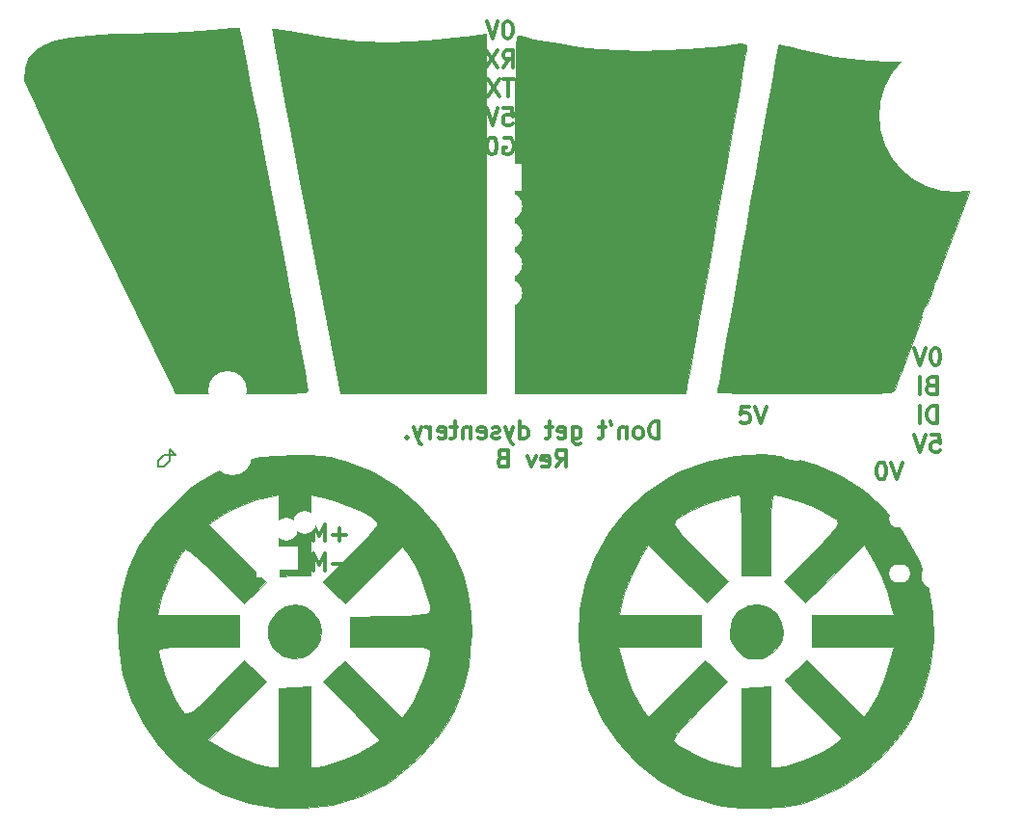
<source format=gbo>
G04 #@! TF.FileFunction,Legend,Bot*
%FSLAX46Y46*%
G04 Gerber Fmt 4.6, Leading zero omitted, Abs format (unit mm)*
G04 Created by KiCad (PCBNEW 4.0.7-e2-6376~58~ubuntu16.04.1) date Wed Apr 11 02:03:13 2018*
%MOMM*%
%LPD*%
G01*
G04 APERTURE LIST*
%ADD10C,0.100000*%
%ADD11C,0.300000*%
%ADD12C,0.200000*%
%ADD13C,0.010000*%
%ADD14C,2.400000*%
%ADD15R,2.000000X2.000000*%
%ADD16C,2.000000*%
%ADD17C,4.900000*%
%ADD18O,1.900000X1.600000*%
%ADD19O,2.100000X2.100000*%
%ADD20C,13.400000*%
%ADD21R,3.000000X2.400000*%
%ADD22O,3.000000X2.400000*%
%ADD23C,3.400000*%
G04 APERTURE END LIST*
D10*
D11*
X139611428Y-71668571D02*
X140111428Y-70954286D01*
X140468571Y-71668571D02*
X140468571Y-70168571D01*
X139897143Y-70168571D01*
X139754285Y-70240000D01*
X139682857Y-70311429D01*
X139611428Y-70454286D01*
X139611428Y-70668571D01*
X139682857Y-70811429D01*
X139754285Y-70882857D01*
X139897143Y-70954286D01*
X140468571Y-70954286D01*
X138397143Y-71597143D02*
X138540000Y-71668571D01*
X138825714Y-71668571D01*
X138968571Y-71597143D01*
X139040000Y-71454286D01*
X139040000Y-70882857D01*
X138968571Y-70740000D01*
X138825714Y-70668571D01*
X138540000Y-70668571D01*
X138397143Y-70740000D01*
X138325714Y-70882857D01*
X138325714Y-71025714D01*
X139040000Y-71168571D01*
X137825714Y-70668571D02*
X137468571Y-71668571D01*
X137111429Y-70668571D01*
X134897143Y-70882857D02*
X134682857Y-70954286D01*
X134611429Y-71025714D01*
X134540000Y-71168571D01*
X134540000Y-71382857D01*
X134611429Y-71525714D01*
X134682857Y-71597143D01*
X134825715Y-71668571D01*
X135397143Y-71668571D01*
X135397143Y-70168571D01*
X134897143Y-70168571D01*
X134754286Y-70240000D01*
X134682857Y-70311429D01*
X134611429Y-70454286D01*
X134611429Y-70597143D01*
X134682857Y-70740000D01*
X134754286Y-70811429D01*
X134897143Y-70882857D01*
X135397143Y-70882857D01*
X118291429Y-78193571D02*
X118291429Y-76693571D01*
X118791429Y-77765000D01*
X119291429Y-76693571D01*
X119291429Y-78193571D01*
X120005715Y-77622143D02*
X121148572Y-77622143D01*
X120577143Y-78193571D02*
X120577143Y-77050714D01*
X118291429Y-80743571D02*
X118291429Y-79243571D01*
X118791429Y-80315000D01*
X119291429Y-79243571D01*
X119291429Y-80743571D01*
X120005715Y-80172143D02*
X121148572Y-80172143D01*
X168105715Y-71268571D02*
X168248572Y-71268571D01*
X168391429Y-71340000D01*
X168462858Y-71411429D01*
X168534287Y-71554286D01*
X168605715Y-71840000D01*
X168605715Y-72197143D01*
X168534287Y-72482857D01*
X168462858Y-72625714D01*
X168391429Y-72697143D01*
X168248572Y-72768571D01*
X168105715Y-72768571D01*
X167962858Y-72697143D01*
X167891429Y-72625714D01*
X167820001Y-72482857D01*
X167748572Y-72197143D01*
X167748572Y-71840000D01*
X167820001Y-71554286D01*
X167891429Y-71411429D01*
X167962858Y-71340000D01*
X168105715Y-71268571D01*
X169034286Y-71268571D02*
X169534286Y-72768571D01*
X170034286Y-71268571D01*
X156574287Y-66348571D02*
X155860001Y-66348571D01*
X155788572Y-67062857D01*
X155860001Y-66991429D01*
X156002858Y-66920000D01*
X156360001Y-66920000D01*
X156502858Y-66991429D01*
X156574287Y-67062857D01*
X156645715Y-67205714D01*
X156645715Y-67562857D01*
X156574287Y-67705714D01*
X156502858Y-67777143D01*
X156360001Y-67848571D01*
X156002858Y-67848571D01*
X155860001Y-67777143D01*
X155788572Y-67705714D01*
X157074286Y-66348571D02*
X157574286Y-67848571D01*
X158074286Y-66348571D01*
X173004285Y-61223571D02*
X172861428Y-61223571D01*
X172718571Y-61295000D01*
X172647142Y-61366429D01*
X172575713Y-61509286D01*
X172504285Y-61795000D01*
X172504285Y-62152143D01*
X172575713Y-62437857D01*
X172647142Y-62580714D01*
X172718571Y-62652143D01*
X172861428Y-62723571D01*
X173004285Y-62723571D01*
X173147142Y-62652143D01*
X173218571Y-62580714D01*
X173289999Y-62437857D01*
X173361428Y-62152143D01*
X173361428Y-61795000D01*
X173289999Y-61509286D01*
X173218571Y-61366429D01*
X173147142Y-61295000D01*
X173004285Y-61223571D01*
X172075714Y-61223571D02*
X171575714Y-62723571D01*
X171075714Y-61223571D01*
X172540000Y-64487857D02*
X172325714Y-64559286D01*
X172254286Y-64630714D01*
X172182857Y-64773571D01*
X172182857Y-64987857D01*
X172254286Y-65130714D01*
X172325714Y-65202143D01*
X172468572Y-65273571D01*
X173040000Y-65273571D01*
X173040000Y-63773571D01*
X172540000Y-63773571D01*
X172397143Y-63845000D01*
X172325714Y-63916429D01*
X172254286Y-64059286D01*
X172254286Y-64202143D01*
X172325714Y-64345000D01*
X172397143Y-64416429D01*
X172540000Y-64487857D01*
X173040000Y-64487857D01*
X171540000Y-65273571D02*
X171540000Y-63773571D01*
X173040000Y-67823571D02*
X173040000Y-66323571D01*
X172682857Y-66323571D01*
X172468572Y-66395000D01*
X172325714Y-66537857D01*
X172254286Y-66680714D01*
X172182857Y-66966429D01*
X172182857Y-67180714D01*
X172254286Y-67466429D01*
X172325714Y-67609286D01*
X172468572Y-67752143D01*
X172682857Y-67823571D01*
X173040000Y-67823571D01*
X171540000Y-67823571D02*
X171540000Y-66323571D01*
X172575713Y-68873571D02*
X173289999Y-68873571D01*
X173361428Y-69587857D01*
X173289999Y-69516429D01*
X173147142Y-69445000D01*
X172789999Y-69445000D01*
X172647142Y-69516429D01*
X172575713Y-69587857D01*
X172504285Y-69730714D01*
X172504285Y-70087857D01*
X172575713Y-70230714D01*
X172647142Y-70302143D01*
X172789999Y-70373571D01*
X173147142Y-70373571D01*
X173289999Y-70302143D01*
X173361428Y-70230714D01*
X172075714Y-68873571D02*
X171575714Y-70373571D01*
X171075714Y-68873571D01*
X135444285Y-32528571D02*
X135301428Y-32528571D01*
X135158571Y-32600000D01*
X135087142Y-32671429D01*
X135015713Y-32814286D01*
X134944285Y-33100000D01*
X134944285Y-33457143D01*
X135015713Y-33742857D01*
X135087142Y-33885714D01*
X135158571Y-33957143D01*
X135301428Y-34028571D01*
X135444285Y-34028571D01*
X135587142Y-33957143D01*
X135658571Y-33885714D01*
X135729999Y-33742857D01*
X135801428Y-33457143D01*
X135801428Y-33100000D01*
X135729999Y-32814286D01*
X135658571Y-32671429D01*
X135587142Y-32600000D01*
X135444285Y-32528571D01*
X134515714Y-32528571D02*
X134015714Y-34028571D01*
X133515714Y-32528571D01*
X134979999Y-36578571D02*
X135479999Y-35864286D01*
X135837142Y-36578571D02*
X135837142Y-35078571D01*
X135265714Y-35078571D01*
X135122856Y-35150000D01*
X135051428Y-35221429D01*
X134979999Y-35364286D01*
X134979999Y-35578571D01*
X135051428Y-35721429D01*
X135122856Y-35792857D01*
X135265714Y-35864286D01*
X135837142Y-35864286D01*
X134479999Y-35078571D02*
X133479999Y-36578571D01*
X133479999Y-35078571D02*
X134479999Y-36578571D01*
X135872857Y-37628571D02*
X135015714Y-37628571D01*
X135444285Y-39128571D02*
X135444285Y-37628571D01*
X134658571Y-37628571D02*
X133658571Y-39128571D01*
X133658571Y-37628571D02*
X134658571Y-39128571D01*
X135015713Y-40178571D02*
X135729999Y-40178571D01*
X135801428Y-40892857D01*
X135729999Y-40821429D01*
X135587142Y-40750000D01*
X135229999Y-40750000D01*
X135087142Y-40821429D01*
X135015713Y-40892857D01*
X134944285Y-41035714D01*
X134944285Y-41392857D01*
X135015713Y-41535714D01*
X135087142Y-41607143D01*
X135229999Y-41678571D01*
X135587142Y-41678571D01*
X135729999Y-41607143D01*
X135801428Y-41535714D01*
X134515714Y-40178571D02*
X134015714Y-41678571D01*
X133515714Y-40178571D01*
X135051428Y-42800000D02*
X135194285Y-42728571D01*
X135408571Y-42728571D01*
X135622856Y-42800000D01*
X135765714Y-42942857D01*
X135837142Y-43085714D01*
X135908571Y-43371429D01*
X135908571Y-43585714D01*
X135837142Y-43871429D01*
X135765714Y-44014286D01*
X135622856Y-44157143D01*
X135408571Y-44228571D01*
X135265714Y-44228571D01*
X135051428Y-44157143D01*
X134979999Y-44085714D01*
X134979999Y-43585714D01*
X135265714Y-43585714D01*
X134051428Y-42728571D02*
X133908571Y-42728571D01*
X133765714Y-42800000D01*
X133694285Y-42871429D01*
X133622856Y-43014286D01*
X133551428Y-43300000D01*
X133551428Y-43657143D01*
X133622856Y-43942857D01*
X133694285Y-44085714D01*
X133765714Y-44157143D01*
X133908571Y-44228571D01*
X134051428Y-44228571D01*
X134194285Y-44157143D01*
X134265714Y-44085714D01*
X134337142Y-43942857D01*
X134408571Y-43657143D01*
X134408571Y-43300000D01*
X134337142Y-43014286D01*
X134265714Y-42871429D01*
X134194285Y-42800000D01*
X134051428Y-42728571D01*
D12*
X105156000Y-70612000D02*
X106172000Y-70612000D01*
X104648000Y-71120000D02*
X105156000Y-70612000D01*
X104648000Y-71628000D02*
X104648000Y-71120000D01*
X105156000Y-71628000D02*
X104648000Y-71628000D01*
X105664000Y-71120000D02*
X105156000Y-71628000D01*
X105664000Y-70104000D02*
X105664000Y-71120000D01*
X106172000Y-70612000D02*
X105664000Y-70104000D01*
D11*
X148646428Y-69188571D02*
X148646428Y-67688571D01*
X148289285Y-67688571D01*
X148075000Y-67760000D01*
X147932142Y-67902857D01*
X147860714Y-68045714D01*
X147789285Y-68331429D01*
X147789285Y-68545714D01*
X147860714Y-68831429D01*
X147932142Y-68974286D01*
X148075000Y-69117143D01*
X148289285Y-69188571D01*
X148646428Y-69188571D01*
X146932142Y-69188571D02*
X147075000Y-69117143D01*
X147146428Y-69045714D01*
X147217857Y-68902857D01*
X147217857Y-68474286D01*
X147146428Y-68331429D01*
X147075000Y-68260000D01*
X146932142Y-68188571D01*
X146717857Y-68188571D01*
X146575000Y-68260000D01*
X146503571Y-68331429D01*
X146432142Y-68474286D01*
X146432142Y-68902857D01*
X146503571Y-69045714D01*
X146575000Y-69117143D01*
X146717857Y-69188571D01*
X146932142Y-69188571D01*
X145789285Y-68188571D02*
X145789285Y-69188571D01*
X145789285Y-68331429D02*
X145717857Y-68260000D01*
X145574999Y-68188571D01*
X145360714Y-68188571D01*
X145217857Y-68260000D01*
X145146428Y-68402857D01*
X145146428Y-69188571D01*
X144360714Y-67688571D02*
X144503571Y-67974286D01*
X143932142Y-68188571D02*
X143360713Y-68188571D01*
X143717856Y-67688571D02*
X143717856Y-68974286D01*
X143646428Y-69117143D01*
X143503570Y-69188571D01*
X143360713Y-69188571D01*
X141074999Y-68188571D02*
X141074999Y-69402857D01*
X141146428Y-69545714D01*
X141217856Y-69617143D01*
X141360713Y-69688571D01*
X141574999Y-69688571D01*
X141717856Y-69617143D01*
X141074999Y-69117143D02*
X141217856Y-69188571D01*
X141503570Y-69188571D01*
X141646428Y-69117143D01*
X141717856Y-69045714D01*
X141789285Y-68902857D01*
X141789285Y-68474286D01*
X141717856Y-68331429D01*
X141646428Y-68260000D01*
X141503570Y-68188571D01*
X141217856Y-68188571D01*
X141074999Y-68260000D01*
X139789285Y-69117143D02*
X139932142Y-69188571D01*
X140217856Y-69188571D01*
X140360713Y-69117143D01*
X140432142Y-68974286D01*
X140432142Y-68402857D01*
X140360713Y-68260000D01*
X140217856Y-68188571D01*
X139932142Y-68188571D01*
X139789285Y-68260000D01*
X139717856Y-68402857D01*
X139717856Y-68545714D01*
X140432142Y-68688571D01*
X139289285Y-68188571D02*
X138717856Y-68188571D01*
X139074999Y-67688571D02*
X139074999Y-68974286D01*
X139003571Y-69117143D01*
X138860713Y-69188571D01*
X138717856Y-69188571D01*
X136432142Y-69188571D02*
X136432142Y-67688571D01*
X136432142Y-69117143D02*
X136574999Y-69188571D01*
X136860713Y-69188571D01*
X137003571Y-69117143D01*
X137074999Y-69045714D01*
X137146428Y-68902857D01*
X137146428Y-68474286D01*
X137074999Y-68331429D01*
X137003571Y-68260000D01*
X136860713Y-68188571D01*
X136574999Y-68188571D01*
X136432142Y-68260000D01*
X135860713Y-68188571D02*
X135503570Y-69188571D01*
X135146428Y-68188571D02*
X135503570Y-69188571D01*
X135646428Y-69545714D01*
X135717856Y-69617143D01*
X135860713Y-69688571D01*
X134646428Y-69117143D02*
X134503571Y-69188571D01*
X134217856Y-69188571D01*
X134074999Y-69117143D01*
X134003571Y-68974286D01*
X134003571Y-68902857D01*
X134074999Y-68760000D01*
X134217856Y-68688571D01*
X134432142Y-68688571D01*
X134574999Y-68617143D01*
X134646428Y-68474286D01*
X134646428Y-68402857D01*
X134574999Y-68260000D01*
X134432142Y-68188571D01*
X134217856Y-68188571D01*
X134074999Y-68260000D01*
X132789285Y-69117143D02*
X132932142Y-69188571D01*
X133217856Y-69188571D01*
X133360713Y-69117143D01*
X133432142Y-68974286D01*
X133432142Y-68402857D01*
X133360713Y-68260000D01*
X133217856Y-68188571D01*
X132932142Y-68188571D01*
X132789285Y-68260000D01*
X132717856Y-68402857D01*
X132717856Y-68545714D01*
X133432142Y-68688571D01*
X132074999Y-68188571D02*
X132074999Y-69188571D01*
X132074999Y-68331429D02*
X132003571Y-68260000D01*
X131860713Y-68188571D01*
X131646428Y-68188571D01*
X131503571Y-68260000D01*
X131432142Y-68402857D01*
X131432142Y-69188571D01*
X130932142Y-68188571D02*
X130360713Y-68188571D01*
X130717856Y-67688571D02*
X130717856Y-68974286D01*
X130646428Y-69117143D01*
X130503570Y-69188571D01*
X130360713Y-69188571D01*
X129289285Y-69117143D02*
X129432142Y-69188571D01*
X129717856Y-69188571D01*
X129860713Y-69117143D01*
X129932142Y-68974286D01*
X129932142Y-68402857D01*
X129860713Y-68260000D01*
X129717856Y-68188571D01*
X129432142Y-68188571D01*
X129289285Y-68260000D01*
X129217856Y-68402857D01*
X129217856Y-68545714D01*
X129932142Y-68688571D01*
X128574999Y-69188571D02*
X128574999Y-68188571D01*
X128574999Y-68474286D02*
X128503571Y-68331429D01*
X128432142Y-68260000D01*
X128289285Y-68188571D01*
X128146428Y-68188571D01*
X127789285Y-68188571D02*
X127432142Y-69188571D01*
X127075000Y-68188571D02*
X127432142Y-69188571D01*
X127575000Y-69545714D01*
X127646428Y-69617143D01*
X127789285Y-69688571D01*
X126503571Y-69045714D02*
X126432143Y-69117143D01*
X126503571Y-69188571D01*
X126575000Y-69117143D01*
X126503571Y-69045714D01*
X126503571Y-69188571D01*
D13*
G36*
X118005156Y-70658163D02*
X118980238Y-70716108D01*
X119794348Y-70830896D01*
X120578252Y-71017736D01*
X120971667Y-71134216D01*
X123445093Y-72103498D01*
X125643659Y-73394667D01*
X127565913Y-75006481D01*
X129210404Y-76937696D01*
X130575682Y-79187070D01*
X130727937Y-79493224D01*
X131435278Y-81157086D01*
X131890702Y-82774641D01*
X132120676Y-84482845D01*
X132151669Y-86418658D01*
X132138546Y-86792506D01*
X131916450Y-89082060D01*
X131431942Y-91130844D01*
X130653336Y-93053017D01*
X130131666Y-94023300D01*
X129440163Y-95032751D01*
X128500022Y-96157241D01*
X127414753Y-97292067D01*
X126287869Y-98332528D01*
X125222882Y-99173919D01*
X124706926Y-99510429D01*
X122447214Y-100598286D01*
X120016317Y-101315669D01*
X117467589Y-101650981D01*
X115045000Y-101610356D01*
X112623274Y-101195948D01*
X110353462Y-100410640D01*
X108264666Y-99288662D01*
X106385990Y-97864241D01*
X104746537Y-96171608D01*
X103375411Y-94244989D01*
X102301715Y-92118616D01*
X101554553Y-89826715D01*
X101163027Y-87403515D01*
X101132559Y-85247822D01*
X101197362Y-84710000D01*
X104626220Y-84710000D01*
X111772298Y-84710000D01*
X111768232Y-86085571D01*
X111764167Y-87461141D01*
X108218750Y-87461404D01*
X106856098Y-87468695D01*
X105868732Y-87492796D01*
X105208810Y-87537393D01*
X104828487Y-87606176D01*
X104679920Y-87702831D01*
X104673334Y-87734696D01*
X104757311Y-88336218D01*
X104979146Y-89180952D01*
X105293694Y-90130377D01*
X105655809Y-91045970D01*
X105958409Y-91677759D01*
X106370793Y-92453795D01*
X106688747Y-92997252D01*
X106972396Y-93300383D01*
X107281866Y-93355443D01*
X107677285Y-93154685D01*
X108218779Y-92690363D01*
X108966472Y-91954732D01*
X109726819Y-91192279D01*
X112232564Y-88693062D01*
X114165254Y-90530834D01*
X111622195Y-93093536D01*
X109079137Y-95656238D01*
X110209985Y-96356651D01*
X111110434Y-96849597D01*
X112137624Y-97311813D01*
X113165842Y-97695884D01*
X114069374Y-97954395D01*
X114674584Y-98040536D01*
X115256667Y-98045000D01*
X115256667Y-91096122D01*
X116632944Y-91025144D01*
X118009222Y-90954167D01*
X118008778Y-94499584D01*
X118008334Y-98045000D01*
X118590417Y-98040536D01*
X119267346Y-97938183D01*
X120181543Y-97671338D01*
X121204401Y-97288458D01*
X122207316Y-96838002D01*
X123061681Y-96368428D01*
X123110773Y-96337268D01*
X124180478Y-95650839D01*
X121649868Y-93090836D01*
X119119258Y-90530834D01*
X120089608Y-89625673D01*
X121059959Y-88720513D01*
X123564053Y-91213173D01*
X126068146Y-93705834D01*
X126483670Y-93176667D01*
X127026079Y-92342872D01*
X127571740Y-91264636D01*
X128040607Y-90112577D01*
X128284166Y-89338946D01*
X128468664Y-88662270D01*
X128573709Y-88170627D01*
X128548632Y-87834640D01*
X128342762Y-87624935D01*
X127905429Y-87512136D01*
X127185963Y-87466867D01*
X126133694Y-87459754D01*
X125046250Y-87461796D01*
X121500834Y-87461925D01*
X121530802Y-86138879D01*
X121560770Y-84815834D01*
X125076218Y-84757799D01*
X126423531Y-84737181D01*
X127397664Y-84705995D01*
X128048285Y-84633459D01*
X128425065Y-84488791D01*
X128577674Y-84241207D01*
X128555780Y-83859925D01*
X128409054Y-83314161D01*
X128250561Y-82790501D01*
X127806535Y-81544707D01*
X127252892Y-80365066D01*
X126665016Y-79406789D01*
X126508970Y-79204647D01*
X126075154Y-78677500D01*
X121077500Y-83634014D01*
X119129738Y-81782976D01*
X121629857Y-79289370D01*
X122579524Y-78329758D01*
X123251052Y-77617664D01*
X123676978Y-77113047D01*
X123889841Y-76775866D01*
X123922181Y-76566080D01*
X123890613Y-76507350D01*
X123357280Y-76057572D01*
X122516739Y-75568851D01*
X121476201Y-75088651D01*
X120342878Y-74664439D01*
X119223983Y-74343678D01*
X118802084Y-74254529D01*
X118008334Y-74107484D01*
X118008308Y-77662492D01*
X118008283Y-81217500D01*
X116632475Y-81232903D01*
X115256667Y-81248305D01*
X115256667Y-74107484D01*
X114462917Y-74250806D01*
X113326195Y-74544392D01*
X112062750Y-75008509D01*
X110864682Y-75564934D01*
X110043957Y-76050158D01*
X109068964Y-76720971D01*
X114118646Y-81770653D01*
X112215774Y-83673525D01*
X109737530Y-81201737D01*
X108899461Y-80386392D01*
X108155391Y-79701101D01*
X107559370Y-79192605D01*
X107165452Y-78907648D01*
X107037618Y-78866948D01*
X106682711Y-79244722D01*
X106261470Y-79932998D01*
X105817868Y-80833569D01*
X105395877Y-81848228D01*
X105039470Y-82878767D01*
X104792620Y-83826979D01*
X104773945Y-83922560D01*
X104626220Y-84710000D01*
X101197362Y-84710000D01*
X101422082Y-82844978D01*
X102036840Y-80654645D01*
X103002255Y-78621581D01*
X104343745Y-76690548D01*
X105815683Y-75071243D01*
X106791211Y-74136886D01*
X107615808Y-73439783D01*
X108408155Y-72890818D01*
X109286934Y-72400871D01*
X109541667Y-72273410D01*
X111029136Y-71594189D01*
X112355997Y-71124523D01*
X113668189Y-70831324D01*
X115111654Y-70681506D01*
X116738334Y-70641852D01*
X118005156Y-70658163D01*
X118005156Y-70658163D01*
G37*
X118005156Y-70658163D02*
X118980238Y-70716108D01*
X119794348Y-70830896D01*
X120578252Y-71017736D01*
X120971667Y-71134216D01*
X123445093Y-72103498D01*
X125643659Y-73394667D01*
X127565913Y-75006481D01*
X129210404Y-76937696D01*
X130575682Y-79187070D01*
X130727937Y-79493224D01*
X131435278Y-81157086D01*
X131890702Y-82774641D01*
X132120676Y-84482845D01*
X132151669Y-86418658D01*
X132138546Y-86792506D01*
X131916450Y-89082060D01*
X131431942Y-91130844D01*
X130653336Y-93053017D01*
X130131666Y-94023300D01*
X129440163Y-95032751D01*
X128500022Y-96157241D01*
X127414753Y-97292067D01*
X126287869Y-98332528D01*
X125222882Y-99173919D01*
X124706926Y-99510429D01*
X122447214Y-100598286D01*
X120016317Y-101315669D01*
X117467589Y-101650981D01*
X115045000Y-101610356D01*
X112623274Y-101195948D01*
X110353462Y-100410640D01*
X108264666Y-99288662D01*
X106385990Y-97864241D01*
X104746537Y-96171608D01*
X103375411Y-94244989D01*
X102301715Y-92118616D01*
X101554553Y-89826715D01*
X101163027Y-87403515D01*
X101132559Y-85247822D01*
X101197362Y-84710000D01*
X104626220Y-84710000D01*
X111772298Y-84710000D01*
X111768232Y-86085571D01*
X111764167Y-87461141D01*
X108218750Y-87461404D01*
X106856098Y-87468695D01*
X105868732Y-87492796D01*
X105208810Y-87537393D01*
X104828487Y-87606176D01*
X104679920Y-87702831D01*
X104673334Y-87734696D01*
X104757311Y-88336218D01*
X104979146Y-89180952D01*
X105293694Y-90130377D01*
X105655809Y-91045970D01*
X105958409Y-91677759D01*
X106370793Y-92453795D01*
X106688747Y-92997252D01*
X106972396Y-93300383D01*
X107281866Y-93355443D01*
X107677285Y-93154685D01*
X108218779Y-92690363D01*
X108966472Y-91954732D01*
X109726819Y-91192279D01*
X112232564Y-88693062D01*
X114165254Y-90530834D01*
X111622195Y-93093536D01*
X109079137Y-95656238D01*
X110209985Y-96356651D01*
X111110434Y-96849597D01*
X112137624Y-97311813D01*
X113165842Y-97695884D01*
X114069374Y-97954395D01*
X114674584Y-98040536D01*
X115256667Y-98045000D01*
X115256667Y-91096122D01*
X116632944Y-91025144D01*
X118009222Y-90954167D01*
X118008778Y-94499584D01*
X118008334Y-98045000D01*
X118590417Y-98040536D01*
X119267346Y-97938183D01*
X120181543Y-97671338D01*
X121204401Y-97288458D01*
X122207316Y-96838002D01*
X123061681Y-96368428D01*
X123110773Y-96337268D01*
X124180478Y-95650839D01*
X121649868Y-93090836D01*
X119119258Y-90530834D01*
X120089608Y-89625673D01*
X121059959Y-88720513D01*
X123564053Y-91213173D01*
X126068146Y-93705834D01*
X126483670Y-93176667D01*
X127026079Y-92342872D01*
X127571740Y-91264636D01*
X128040607Y-90112577D01*
X128284166Y-89338946D01*
X128468664Y-88662270D01*
X128573709Y-88170627D01*
X128548632Y-87834640D01*
X128342762Y-87624935D01*
X127905429Y-87512136D01*
X127185963Y-87466867D01*
X126133694Y-87459754D01*
X125046250Y-87461796D01*
X121500834Y-87461925D01*
X121530802Y-86138879D01*
X121560770Y-84815834D01*
X125076218Y-84757799D01*
X126423531Y-84737181D01*
X127397664Y-84705995D01*
X128048285Y-84633459D01*
X128425065Y-84488791D01*
X128577674Y-84241207D01*
X128555780Y-83859925D01*
X128409054Y-83314161D01*
X128250561Y-82790501D01*
X127806535Y-81544707D01*
X127252892Y-80365066D01*
X126665016Y-79406789D01*
X126508970Y-79204647D01*
X126075154Y-78677500D01*
X121077500Y-83634014D01*
X119129738Y-81782976D01*
X121629857Y-79289370D01*
X122579524Y-78329758D01*
X123251052Y-77617664D01*
X123676978Y-77113047D01*
X123889841Y-76775866D01*
X123922181Y-76566080D01*
X123890613Y-76507350D01*
X123357280Y-76057572D01*
X122516739Y-75568851D01*
X121476201Y-75088651D01*
X120342878Y-74664439D01*
X119223983Y-74343678D01*
X118802084Y-74254529D01*
X118008334Y-74107484D01*
X118008308Y-77662492D01*
X118008283Y-81217500D01*
X116632475Y-81232903D01*
X115256667Y-81248305D01*
X115256667Y-74107484D01*
X114462917Y-74250806D01*
X113326195Y-74544392D01*
X112062750Y-75008509D01*
X110864682Y-75564934D01*
X110043957Y-76050158D01*
X109068964Y-76720971D01*
X114118646Y-81770653D01*
X112215774Y-83673525D01*
X109737530Y-81201737D01*
X108899461Y-80386392D01*
X108155391Y-79701101D01*
X107559370Y-79192605D01*
X107165452Y-78907648D01*
X107037618Y-78866948D01*
X106682711Y-79244722D01*
X106261470Y-79932998D01*
X105817868Y-80833569D01*
X105395877Y-81848228D01*
X105039470Y-82878767D01*
X104792620Y-83826979D01*
X104773945Y-83922560D01*
X104626220Y-84710000D01*
X101197362Y-84710000D01*
X101422082Y-82844978D01*
X102036840Y-80654645D01*
X103002255Y-78621581D01*
X104343745Y-76690548D01*
X105815683Y-75071243D01*
X106791211Y-74136886D01*
X107615808Y-73439783D01*
X108408155Y-72890818D01*
X109286934Y-72400871D01*
X109541667Y-72273410D01*
X111029136Y-71594189D01*
X112355997Y-71124523D01*
X113668189Y-70831324D01*
X115111654Y-70681506D01*
X116738334Y-70641852D01*
X118005156Y-70658163D01*
G36*
X160098211Y-70826065D02*
X162388995Y-71444272D01*
X164557972Y-72408150D01*
X166566035Y-73703461D01*
X168374076Y-75315967D01*
X169942986Y-77231429D01*
X171233657Y-79435609D01*
X171353319Y-79687244D01*
X172205203Y-82006962D01*
X172665951Y-84421112D01*
X172740133Y-86873692D01*
X172432316Y-89308703D01*
X171747070Y-91670144D01*
X170688963Y-93902015D01*
X170119646Y-94809165D01*
X168516325Y-96805115D01*
X166634612Y-98502440D01*
X164516642Y-99871368D01*
X162204547Y-100882131D01*
X161026105Y-101234424D01*
X159475100Y-101511204D01*
X157702145Y-101634002D01*
X155876134Y-101603196D01*
X154165964Y-101419168D01*
X153193580Y-101216805D01*
X150856057Y-100390443D01*
X148689234Y-99199525D01*
X146735692Y-97682978D01*
X145038012Y-95879727D01*
X143638777Y-93828698D01*
X142580567Y-91568815D01*
X142550695Y-91487691D01*
X141873171Y-89045565D01*
X141695859Y-87461667D01*
X145093601Y-87461667D01*
X145224694Y-88043750D01*
X145700577Y-89827588D01*
X146271835Y-91310684D01*
X146987748Y-92613111D01*
X147274562Y-93038518D01*
X147699832Y-93641202D01*
X150207951Y-91139618D01*
X152716070Y-88638033D01*
X153674225Y-89578390D01*
X154632379Y-90518748D01*
X152158679Y-92998909D01*
X151220674Y-93951187D01*
X150558482Y-94655976D01*
X150138676Y-95154891D01*
X149927829Y-95489548D01*
X149892513Y-95701562D01*
X149929673Y-95773909D01*
X150419517Y-96180308D01*
X151206810Y-96637275D01*
X152177292Y-97096863D01*
X153216702Y-97511124D01*
X154210779Y-97832110D01*
X155045262Y-98011872D01*
X155314584Y-98033617D01*
X155896667Y-98045000D01*
X155896667Y-91097601D01*
X157167053Y-91025884D01*
X158437438Y-90954167D01*
X158437053Y-94499584D01*
X158436667Y-98045000D01*
X158927416Y-98045000D01*
X159744332Y-97935061D01*
X160779358Y-97640406D01*
X161900143Y-97213778D01*
X162974333Y-96707920D01*
X163869577Y-96175575D01*
X164153687Y-95962303D01*
X164680834Y-95528488D01*
X162151298Y-92983918D01*
X161326210Y-92145053D01*
X160625465Y-91415554D01*
X160095578Y-90845262D01*
X159783064Y-90484017D01*
X159720381Y-90379258D01*
X159916768Y-90213162D01*
X160323033Y-89845468D01*
X160718703Y-89479169D01*
X161618406Y-88639172D01*
X166633502Y-93641202D01*
X167058772Y-93038518D01*
X167835454Y-91770319D01*
X168450632Y-90362510D01*
X168953583Y-88695017D01*
X169108640Y-88043750D01*
X169239732Y-87461667D01*
X162035000Y-87461667D01*
X162035000Y-84710000D01*
X169239732Y-84710000D01*
X169111182Y-84127917D01*
X168667062Y-82548013D01*
X168064788Y-81016151D01*
X167399340Y-79755196D01*
X166633259Y-78530454D01*
X164069546Y-81059673D01*
X161505834Y-83588891D01*
X160583851Y-82640499D01*
X159661869Y-81692106D01*
X162171351Y-79168283D01*
X163128298Y-78209442D01*
X163806642Y-77503737D01*
X164213900Y-76992297D01*
X164357585Y-76616252D01*
X164245214Y-76316730D01*
X163884300Y-76034862D01*
X163282361Y-75711776D01*
X162653075Y-75394670D01*
X161910397Y-75062685D01*
X161010477Y-74727441D01*
X160086816Y-74431445D01*
X159272918Y-74217203D01*
X158702282Y-74127224D01*
X158670697Y-74126667D01*
X158573788Y-74301233D01*
X158503556Y-74837050D01*
X158458803Y-75752295D01*
X158438330Y-77065145D01*
X158436667Y-77675611D01*
X158436667Y-81224556D01*
X155896667Y-81224556D01*
X155896667Y-77675611D01*
X155885155Y-76206030D01*
X155849822Y-75140999D01*
X155789467Y-74462342D01*
X155702893Y-74151882D01*
X155662636Y-74126667D01*
X155117608Y-74204693D01*
X154318479Y-74410432D01*
X153398750Y-74701377D01*
X152491924Y-75035020D01*
X151731502Y-75368854D01*
X151680259Y-75394670D01*
X150896234Y-75790422D01*
X150347396Y-76099215D01*
X150041260Y-76379919D01*
X149985343Y-76691407D01*
X150187157Y-77092547D01*
X150654220Y-77642210D01*
X151394046Y-78399268D01*
X152161982Y-79168283D01*
X154671464Y-81692106D01*
X153749482Y-82640499D01*
X152827500Y-83588891D01*
X147707494Y-78537855D01*
X147021756Y-79606486D01*
X146215503Y-81098365D01*
X145598611Y-82711906D01*
X145327250Y-83795066D01*
X145156321Y-84710000D01*
X152298334Y-84710000D01*
X152298334Y-87461667D01*
X145093601Y-87461667D01*
X141695859Y-87461667D01*
X141598719Y-86593942D01*
X141710723Y-84173368D01*
X142192563Y-81824388D01*
X143027622Y-79587546D01*
X144199282Y-77503388D01*
X145690925Y-75612459D01*
X147485933Y-73955304D01*
X149567688Y-72572469D01*
X150499167Y-72094716D01*
X152886098Y-71187855D01*
X155307655Y-70683619D01*
X157724728Y-70567768D01*
X160098211Y-70826065D01*
X160098211Y-70826065D01*
G37*
X160098211Y-70826065D02*
X162388995Y-71444272D01*
X164557972Y-72408150D01*
X166566035Y-73703461D01*
X168374076Y-75315967D01*
X169942986Y-77231429D01*
X171233657Y-79435609D01*
X171353319Y-79687244D01*
X172205203Y-82006962D01*
X172665951Y-84421112D01*
X172740133Y-86873692D01*
X172432316Y-89308703D01*
X171747070Y-91670144D01*
X170688963Y-93902015D01*
X170119646Y-94809165D01*
X168516325Y-96805115D01*
X166634612Y-98502440D01*
X164516642Y-99871368D01*
X162204547Y-100882131D01*
X161026105Y-101234424D01*
X159475100Y-101511204D01*
X157702145Y-101634002D01*
X155876134Y-101603196D01*
X154165964Y-101419168D01*
X153193580Y-101216805D01*
X150856057Y-100390443D01*
X148689234Y-99199525D01*
X146735692Y-97682978D01*
X145038012Y-95879727D01*
X143638777Y-93828698D01*
X142580567Y-91568815D01*
X142550695Y-91487691D01*
X141873171Y-89045565D01*
X141695859Y-87461667D01*
X145093601Y-87461667D01*
X145224694Y-88043750D01*
X145700577Y-89827588D01*
X146271835Y-91310684D01*
X146987748Y-92613111D01*
X147274562Y-93038518D01*
X147699832Y-93641202D01*
X150207951Y-91139618D01*
X152716070Y-88638033D01*
X153674225Y-89578390D01*
X154632379Y-90518748D01*
X152158679Y-92998909D01*
X151220674Y-93951187D01*
X150558482Y-94655976D01*
X150138676Y-95154891D01*
X149927829Y-95489548D01*
X149892513Y-95701562D01*
X149929673Y-95773909D01*
X150419517Y-96180308D01*
X151206810Y-96637275D01*
X152177292Y-97096863D01*
X153216702Y-97511124D01*
X154210779Y-97832110D01*
X155045262Y-98011872D01*
X155314584Y-98033617D01*
X155896667Y-98045000D01*
X155896667Y-91097601D01*
X157167053Y-91025884D01*
X158437438Y-90954167D01*
X158437053Y-94499584D01*
X158436667Y-98045000D01*
X158927416Y-98045000D01*
X159744332Y-97935061D01*
X160779358Y-97640406D01*
X161900143Y-97213778D01*
X162974333Y-96707920D01*
X163869577Y-96175575D01*
X164153687Y-95962303D01*
X164680834Y-95528488D01*
X162151298Y-92983918D01*
X161326210Y-92145053D01*
X160625465Y-91415554D01*
X160095578Y-90845262D01*
X159783064Y-90484017D01*
X159720381Y-90379258D01*
X159916768Y-90213162D01*
X160323033Y-89845468D01*
X160718703Y-89479169D01*
X161618406Y-88639172D01*
X166633502Y-93641202D01*
X167058772Y-93038518D01*
X167835454Y-91770319D01*
X168450632Y-90362510D01*
X168953583Y-88695017D01*
X169108640Y-88043750D01*
X169239732Y-87461667D01*
X162035000Y-87461667D01*
X162035000Y-84710000D01*
X169239732Y-84710000D01*
X169111182Y-84127917D01*
X168667062Y-82548013D01*
X168064788Y-81016151D01*
X167399340Y-79755196D01*
X166633259Y-78530454D01*
X164069546Y-81059673D01*
X161505834Y-83588891D01*
X160583851Y-82640499D01*
X159661869Y-81692106D01*
X162171351Y-79168283D01*
X163128298Y-78209442D01*
X163806642Y-77503737D01*
X164213900Y-76992297D01*
X164357585Y-76616252D01*
X164245214Y-76316730D01*
X163884300Y-76034862D01*
X163282361Y-75711776D01*
X162653075Y-75394670D01*
X161910397Y-75062685D01*
X161010477Y-74727441D01*
X160086816Y-74431445D01*
X159272918Y-74217203D01*
X158702282Y-74127224D01*
X158670697Y-74126667D01*
X158573788Y-74301233D01*
X158503556Y-74837050D01*
X158458803Y-75752295D01*
X158438330Y-77065145D01*
X158436667Y-77675611D01*
X158436667Y-81224556D01*
X155896667Y-81224556D01*
X155896667Y-77675611D01*
X155885155Y-76206030D01*
X155849822Y-75140999D01*
X155789467Y-74462342D01*
X155702893Y-74151882D01*
X155662636Y-74126667D01*
X155117608Y-74204693D01*
X154318479Y-74410432D01*
X153398750Y-74701377D01*
X152491924Y-75035020D01*
X151731502Y-75368854D01*
X151680259Y-75394670D01*
X150896234Y-75790422D01*
X150347396Y-76099215D01*
X150041260Y-76379919D01*
X149985343Y-76691407D01*
X150187157Y-77092547D01*
X150654220Y-77642210D01*
X151394046Y-78399268D01*
X152161982Y-79168283D01*
X154671464Y-81692106D01*
X153749482Y-82640499D01*
X152827500Y-83588891D01*
X147707494Y-78537855D01*
X147021756Y-79606486D01*
X146215503Y-81098365D01*
X145598611Y-82711906D01*
X145327250Y-83795066D01*
X145156321Y-84710000D01*
X152298334Y-84710000D01*
X152298334Y-87461667D01*
X145093601Y-87461667D01*
X141695859Y-87461667D01*
X141598719Y-86593942D01*
X141710723Y-84173368D01*
X142192563Y-81824388D01*
X143027622Y-79587546D01*
X144199282Y-77503388D01*
X145690925Y-75612459D01*
X147485933Y-73955304D01*
X149567688Y-72572469D01*
X150499167Y-72094716D01*
X152886098Y-71187855D01*
X155307655Y-70683619D01*
X157724728Y-70567768D01*
X160098211Y-70826065D01*
G36*
X111771804Y-33106248D02*
X111825208Y-33323685D01*
X111948770Y-33918235D01*
X112135097Y-34850842D01*
X112376798Y-36082448D01*
X112666481Y-37573998D01*
X112996755Y-39286435D01*
X113360227Y-41180701D01*
X113749506Y-43217742D01*
X114157201Y-45358499D01*
X114575919Y-47563916D01*
X114998268Y-49794937D01*
X115416857Y-52012505D01*
X115824295Y-54177563D01*
X116213189Y-56251055D01*
X116576147Y-58193925D01*
X116905779Y-59967115D01*
X117194692Y-61531569D01*
X117435494Y-62848230D01*
X117620793Y-63878043D01*
X117743199Y-64581949D01*
X117795319Y-64920893D01*
X117796667Y-64940490D01*
X117736204Y-65030203D01*
X117526223Y-65100435D01*
X117123831Y-65153382D01*
X116486138Y-65191239D01*
X115570254Y-65216205D01*
X114333286Y-65230475D01*
X112732345Y-65236245D01*
X112013491Y-65236667D01*
X106230315Y-65236667D01*
X99645533Y-51848750D01*
X98547130Y-49608223D01*
X97502499Y-47463226D01*
X96527086Y-45446370D01*
X95636340Y-43590263D01*
X94845707Y-41927515D01*
X94170635Y-40490736D01*
X93626571Y-39312535D01*
X93228963Y-38425523D01*
X92993257Y-37862308D01*
X92932876Y-37678234D01*
X92969208Y-36665010D01*
X93367310Y-35688950D01*
X93909979Y-35028422D01*
X94579227Y-34600255D01*
X95579380Y-34252598D01*
X96928759Y-33982475D01*
X98645684Y-33786912D01*
X100748474Y-33662934D01*
X102614887Y-33614770D01*
X104134751Y-33580648D01*
X105679867Y-33524628D01*
X107139253Y-33452247D01*
X108401923Y-33369043D01*
X109356894Y-33280553D01*
X109388540Y-33276812D01*
X110323371Y-33174929D01*
X111092588Y-33109784D01*
X111605790Y-33087845D01*
X111771804Y-33106248D01*
X111771804Y-33106248D01*
G37*
X111771804Y-33106248D02*
X111825208Y-33323685D01*
X111948770Y-33918235D01*
X112135097Y-34850842D01*
X112376798Y-36082448D01*
X112666481Y-37573998D01*
X112996755Y-39286435D01*
X113360227Y-41180701D01*
X113749506Y-43217742D01*
X114157201Y-45358499D01*
X114575919Y-47563916D01*
X114998268Y-49794937D01*
X115416857Y-52012505D01*
X115824295Y-54177563D01*
X116213189Y-56251055D01*
X116576147Y-58193925D01*
X116905779Y-59967115D01*
X117194692Y-61531569D01*
X117435494Y-62848230D01*
X117620793Y-63878043D01*
X117743199Y-64581949D01*
X117795319Y-64920893D01*
X117796667Y-64940490D01*
X117736204Y-65030203D01*
X117526223Y-65100435D01*
X117123831Y-65153382D01*
X116486138Y-65191239D01*
X115570254Y-65216205D01*
X114333286Y-65230475D01*
X112732345Y-65236245D01*
X112013491Y-65236667D01*
X106230315Y-65236667D01*
X99645533Y-51848750D01*
X98547130Y-49608223D01*
X97502499Y-47463226D01*
X96527086Y-45446370D01*
X95636340Y-43590263D01*
X94845707Y-41927515D01*
X94170635Y-40490736D01*
X93626571Y-39312535D01*
X93228963Y-38425523D01*
X92993257Y-37862308D01*
X92932876Y-37678234D01*
X92969208Y-36665010D01*
X93367310Y-35688950D01*
X93909979Y-35028422D01*
X94579227Y-34600255D01*
X95579380Y-34252598D01*
X96928759Y-33982475D01*
X98645684Y-33786912D01*
X100748474Y-33662934D01*
X102614887Y-33614770D01*
X104134751Y-33580648D01*
X105679867Y-33524628D01*
X107139253Y-33452247D01*
X108401923Y-33369043D01*
X109356894Y-33280553D01*
X109388540Y-33276812D01*
X110323371Y-33174929D01*
X111092588Y-33109784D01*
X111605790Y-33087845D01*
X111771804Y-33106248D01*
G36*
X114886766Y-33173876D02*
X115424683Y-33260867D01*
X116186104Y-33404442D01*
X116632500Y-33494776D01*
X119473220Y-33986123D01*
X122294646Y-34269698D01*
X125189710Y-34347255D01*
X128251342Y-34220552D01*
X131572473Y-33891343D01*
X132348750Y-33791706D01*
X133460000Y-33643795D01*
X133460000Y-65236667D01*
X120641240Y-65236667D01*
X117624402Y-49227607D01*
X117146379Y-46686167D01*
X116693216Y-44267592D01*
X116270781Y-42003773D01*
X115884944Y-39926600D01*
X115541573Y-38067964D01*
X115246536Y-36459754D01*
X115005702Y-35133860D01*
X114824939Y-34122173D01*
X114710117Y-33456584D01*
X114667102Y-33168981D01*
X114667532Y-33159700D01*
X114886766Y-33173876D01*
X114886766Y-33173876D01*
G37*
X114886766Y-33173876D02*
X115424683Y-33260867D01*
X116186104Y-33404442D01*
X116632500Y-33494776D01*
X119473220Y-33986123D01*
X122294646Y-34269698D01*
X125189710Y-34347255D01*
X128251342Y-34220552D01*
X131572473Y-33891343D01*
X132348750Y-33791706D01*
X133460000Y-33643795D01*
X133460000Y-65236667D01*
X120641240Y-65236667D01*
X117624402Y-49227607D01*
X117146379Y-46686167D01*
X116693216Y-44267592D01*
X116270781Y-42003773D01*
X115884944Y-39926600D01*
X115541573Y-38067964D01*
X115246536Y-36459754D01*
X115005702Y-35133860D01*
X114824939Y-34122173D01*
X114710117Y-33456584D01*
X114667102Y-33168981D01*
X114667532Y-33159700D01*
X114886766Y-33173876D01*
G36*
X136815524Y-33915078D02*
X137645482Y-34094106D01*
X138708833Y-34294058D01*
X139912257Y-34499032D01*
X141162432Y-34693124D01*
X142366037Y-34860433D01*
X143420173Y-34984081D01*
X145058741Y-35093311D01*
X146985172Y-35126757D01*
X149071493Y-35087965D01*
X151189734Y-34980480D01*
X153211922Y-34807849D01*
X154256250Y-34683833D01*
X155200046Y-34562643D01*
X155801552Y-34505903D01*
X156137502Y-34517813D01*
X156284629Y-34602571D01*
X156319668Y-34764378D01*
X156320000Y-34796759D01*
X156284065Y-35049485D01*
X156180716Y-35680862D01*
X156016640Y-36652746D01*
X155798521Y-37926991D01*
X155533046Y-39465452D01*
X155226899Y-41229983D01*
X154886767Y-43182438D01*
X154519335Y-45284672D01*
X154131289Y-47498539D01*
X153729314Y-49785893D01*
X153320096Y-52108590D01*
X152910320Y-54428482D01*
X152506673Y-56707426D01*
X152115839Y-58907275D01*
X151744504Y-60989883D01*
X151399354Y-62917106D01*
X151105517Y-64548750D01*
X150981220Y-65236667D01*
X136000000Y-65236667D01*
X136000000Y-49444854D01*
X136000779Y-46455123D01*
X136003476Y-43861731D01*
X136008627Y-41637688D01*
X136016772Y-39756002D01*
X136028446Y-38189683D01*
X136044190Y-36911738D01*
X136064539Y-35895176D01*
X136090033Y-35113007D01*
X136121209Y-34538239D01*
X136158604Y-34143880D01*
X136202757Y-33902940D01*
X136254206Y-33788428D01*
X136312282Y-33772875D01*
X136815524Y-33915078D01*
X136815524Y-33915078D01*
G37*
X136815524Y-33915078D02*
X137645482Y-34094106D01*
X138708833Y-34294058D01*
X139912257Y-34499032D01*
X141162432Y-34693124D01*
X142366037Y-34860433D01*
X143420173Y-34984081D01*
X145058741Y-35093311D01*
X146985172Y-35126757D01*
X149071493Y-35087965D01*
X151189734Y-34980480D01*
X153211922Y-34807849D01*
X154256250Y-34683833D01*
X155200046Y-34562643D01*
X155801552Y-34505903D01*
X156137502Y-34517813D01*
X156284629Y-34602571D01*
X156319668Y-34764378D01*
X156320000Y-34796759D01*
X156284065Y-35049485D01*
X156180716Y-35680862D01*
X156016640Y-36652746D01*
X155798521Y-37926991D01*
X155533046Y-39465452D01*
X155226899Y-41229983D01*
X154886767Y-43182438D01*
X154519335Y-45284672D01*
X154131289Y-47498539D01*
X153729314Y-49785893D01*
X153320096Y-52108590D01*
X152910320Y-54428482D01*
X152506673Y-56707426D01*
X152115839Y-58907275D01*
X151744504Y-60989883D01*
X151399354Y-62917106D01*
X151105517Y-64548750D01*
X150981220Y-65236667D01*
X136000000Y-65236667D01*
X136000000Y-49444854D01*
X136000779Y-46455123D01*
X136003476Y-43861731D01*
X136008627Y-41637688D01*
X136016772Y-39756002D01*
X136028446Y-38189683D01*
X136044190Y-36911738D01*
X136064539Y-35895176D01*
X136090033Y-35113007D01*
X136121209Y-34538239D01*
X136158604Y-34143880D01*
X136202757Y-33902940D01*
X136254206Y-33788428D01*
X136312282Y-33772875D01*
X136815524Y-33915078D01*
G36*
X159395804Y-34606157D02*
X159919094Y-34712766D01*
X160651329Y-34885928D01*
X160899238Y-34948336D01*
X162516167Y-35334793D01*
X164015893Y-35629137D01*
X165504337Y-35843570D01*
X167087425Y-35990294D01*
X168871079Y-36081512D01*
X170961222Y-36129427D01*
X171175103Y-36132116D01*
X172703609Y-36153061D01*
X173873422Y-36178919D01*
X174749180Y-36215766D01*
X175395521Y-36269677D01*
X175877085Y-36346729D01*
X176258509Y-36452994D01*
X176604431Y-36594550D01*
X176730529Y-36654258D01*
X177402356Y-37050150D01*
X177974308Y-37505401D01*
X178141321Y-37685567D01*
X178325040Y-37944290D01*
X178462297Y-38222872D01*
X178544689Y-38551251D01*
X178563816Y-38959366D01*
X178511278Y-39477152D01*
X178378672Y-40134549D01*
X178157599Y-40961494D01*
X177839658Y-41987924D01*
X177416447Y-43243778D01*
X176879565Y-44758994D01*
X176220613Y-46563508D01*
X175431188Y-48687258D01*
X174502890Y-51160183D01*
X173944224Y-52642500D01*
X173137183Y-54781887D01*
X172372235Y-56809384D01*
X171662862Y-58689275D01*
X171022549Y-60385844D01*
X170464776Y-61863375D01*
X170003028Y-63086152D01*
X169650788Y-64018458D01*
X169421537Y-64624577D01*
X169329748Y-64866250D01*
X169267416Y-64963145D01*
X169135778Y-65041584D01*
X168893898Y-65103499D01*
X168500839Y-65150823D01*
X167915665Y-65185488D01*
X167097437Y-65209427D01*
X166005220Y-65224573D01*
X164598077Y-65232857D01*
X162835071Y-65236213D01*
X161483188Y-65236667D01*
X159724506Y-65232466D01*
X158106680Y-65220507D01*
X156676719Y-65201760D01*
X155481633Y-65177193D01*
X154568429Y-65147773D01*
X153984118Y-65114470D01*
X153775707Y-65078250D01*
X153775681Y-65077917D01*
X153810671Y-64843168D01*
X153912771Y-64233673D01*
X154074897Y-63289386D01*
X154289966Y-62050263D01*
X154550893Y-60556260D01*
X154850594Y-58847333D01*
X155181986Y-56963438D01*
X155537985Y-54944529D01*
X155911505Y-52830563D01*
X156295465Y-50661496D01*
X156682778Y-48477283D01*
X157066362Y-46317880D01*
X157439133Y-44223243D01*
X157794007Y-42233327D01*
X158123898Y-40388089D01*
X158421725Y-38727483D01*
X158680402Y-37291466D01*
X158892846Y-36119993D01*
X159051972Y-35253020D01*
X159150698Y-34730503D01*
X159181563Y-34587152D01*
X159395804Y-34606157D01*
X159395804Y-34606157D01*
G37*
X159395804Y-34606157D02*
X159919094Y-34712766D01*
X160651329Y-34885928D01*
X160899238Y-34948336D01*
X162516167Y-35334793D01*
X164015893Y-35629137D01*
X165504337Y-35843570D01*
X167087425Y-35990294D01*
X168871079Y-36081512D01*
X170961222Y-36129427D01*
X171175103Y-36132116D01*
X172703609Y-36153061D01*
X173873422Y-36178919D01*
X174749180Y-36215766D01*
X175395521Y-36269677D01*
X175877085Y-36346729D01*
X176258509Y-36452994D01*
X176604431Y-36594550D01*
X176730529Y-36654258D01*
X177402356Y-37050150D01*
X177974308Y-37505401D01*
X178141321Y-37685567D01*
X178325040Y-37944290D01*
X178462297Y-38222872D01*
X178544689Y-38551251D01*
X178563816Y-38959366D01*
X178511278Y-39477152D01*
X178378672Y-40134549D01*
X178157599Y-40961494D01*
X177839658Y-41987924D01*
X177416447Y-43243778D01*
X176879565Y-44758994D01*
X176220613Y-46563508D01*
X175431188Y-48687258D01*
X174502890Y-51160183D01*
X173944224Y-52642500D01*
X173137183Y-54781887D01*
X172372235Y-56809384D01*
X171662862Y-58689275D01*
X171022549Y-60385844D01*
X170464776Y-61863375D01*
X170003028Y-63086152D01*
X169650788Y-64018458D01*
X169421537Y-64624577D01*
X169329748Y-64866250D01*
X169267416Y-64963145D01*
X169135778Y-65041584D01*
X168893898Y-65103499D01*
X168500839Y-65150823D01*
X167915665Y-65185488D01*
X167097437Y-65209427D01*
X166005220Y-65224573D01*
X164598077Y-65232857D01*
X162835071Y-65236213D01*
X161483188Y-65236667D01*
X159724506Y-65232466D01*
X158106680Y-65220507D01*
X156676719Y-65201760D01*
X155481633Y-65177193D01*
X154568429Y-65147773D01*
X153984118Y-65114470D01*
X153775707Y-65078250D01*
X153775681Y-65077917D01*
X153810671Y-64843168D01*
X153912771Y-64233673D01*
X154074897Y-63289386D01*
X154289966Y-62050263D01*
X154550893Y-60556260D01*
X154850594Y-58847333D01*
X155181986Y-56963438D01*
X155537985Y-54944529D01*
X155911505Y-52830563D01*
X156295465Y-50661496D01*
X156682778Y-48477283D01*
X157066362Y-46317880D01*
X157439133Y-44223243D01*
X157794007Y-42233327D01*
X158123898Y-40388089D01*
X158421725Y-38727483D01*
X158680402Y-37291466D01*
X158892846Y-36119993D01*
X159051972Y-35253020D01*
X159150698Y-34730503D01*
X159181563Y-34587152D01*
X159395804Y-34606157D01*
G36*
X117541926Y-83945734D02*
X118230745Y-84402794D01*
X118802819Y-85181260D01*
X119014870Y-86001131D01*
X118916951Y-86798701D01*
X118559118Y-87510266D01*
X117991423Y-88072119D01*
X117263921Y-88420555D01*
X116426664Y-88491868D01*
X115529708Y-88222354D01*
X115321113Y-88105998D01*
X114663643Y-87476958D01*
X114312553Y-86647696D01*
X114305467Y-85745071D01*
X114471765Y-85242188D01*
X115048818Y-84441589D01*
X115815577Y-83944642D01*
X116677971Y-83772355D01*
X117541926Y-83945734D01*
X117541926Y-83945734D01*
G37*
X117541926Y-83945734D02*
X118230745Y-84402794D01*
X118802819Y-85181260D01*
X119014870Y-86001131D01*
X118916951Y-86798701D01*
X118559118Y-87510266D01*
X117991423Y-88072119D01*
X117263921Y-88420555D01*
X116426664Y-88491868D01*
X115529708Y-88222354D01*
X115321113Y-88105998D01*
X114663643Y-87476958D01*
X114312553Y-86647696D01*
X114305467Y-85745071D01*
X114471765Y-85242188D01*
X115048818Y-84441589D01*
X115815577Y-83944642D01*
X116677971Y-83772355D01*
X117541926Y-83945734D01*
G36*
X158258801Y-83977950D02*
X158944699Y-84531546D01*
X159378865Y-85342146D01*
X159495000Y-86135545D01*
X159438139Y-86804714D01*
X159206355Y-87311160D01*
X158775334Y-87800334D01*
X158222695Y-88272468D01*
X157697236Y-88481250D01*
X157166667Y-88520000D01*
X156518272Y-88454830D01*
X156004007Y-88198473D01*
X155558000Y-87800334D01*
X155091756Y-87259415D01*
X154882614Y-86745876D01*
X154838334Y-86135545D01*
X155011063Y-85130954D01*
X155522924Y-84376044D01*
X156364425Y-83884381D01*
X156429143Y-83862241D01*
X157395504Y-83736476D01*
X158258801Y-83977950D01*
X158258801Y-83977950D01*
G37*
X158258801Y-83977950D02*
X158944699Y-84531546D01*
X159378865Y-85342146D01*
X159495000Y-86135545D01*
X159438139Y-86804714D01*
X159206355Y-87311160D01*
X158775334Y-87800334D01*
X158222695Y-88272468D01*
X157697236Y-88481250D01*
X157166667Y-88520000D01*
X156518272Y-88454830D01*
X156004007Y-88198473D01*
X155558000Y-87800334D01*
X155091756Y-87259415D01*
X154882614Y-86745876D01*
X154838334Y-86135545D01*
X155011063Y-85130954D01*
X155522924Y-84376044D01*
X156364425Y-83884381D01*
X156429143Y-83862241D01*
X157395504Y-83736476D01*
X158258801Y-83977950D01*
%LPC*%
D10*
G36*
X175218752Y-49705469D02*
X178000304Y-50829289D01*
X177101248Y-53054531D01*
X174319696Y-51930711D01*
X175218752Y-49705469D01*
X175218752Y-49705469D01*
G37*
D14*
X175486654Y-53847429D02*
X174930344Y-53622665D01*
X174535154Y-56202476D02*
X173978844Y-55977712D01*
X173583653Y-58557523D02*
X173027343Y-58332759D01*
D15*
X115900000Y-79680000D03*
D16*
X115900000Y-77180000D03*
D15*
X114300000Y-80350937D03*
D16*
X117500000Y-76509063D03*
D17*
X166700000Y-68700000D03*
X160700000Y-68700000D03*
D18*
X169740000Y-81020000D03*
X169740000Y-76180000D03*
D19*
X172740000Y-81330000D03*
X172740000Y-75870000D03*
D20*
X174680000Y-40850000D03*
D21*
X135128000Y-46228000D03*
D22*
X135128000Y-48768000D03*
X135128000Y-51308000D03*
X135128000Y-53848000D03*
X135128000Y-56388000D03*
D23*
X98920515Y-71820000D03*
X110785064Y-64970000D03*
X111220000Y-70723332D03*
M02*

</source>
